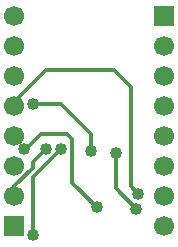
<source format=gbl>
G04 DipTrace 3.0.0.2*
G04 gerber_files.gbl*
%MOIN*%
G04 #@! TF.FileFunction,Copper,L2,Bot*
G04 #@! TF.Part,Single*
G04 #@! TA.AperFunction,Conductor*
%ADD14C,0.012992*%
G04 #@! TA.AperFunction,ComponentPad*
%ADD18R,0.066929X0.066929*%
%ADD19C,0.066929*%
G04 #@! TA.AperFunction,ViaPad*
%ADD20C,0.04*%
%FSLAX26Y26*%
G04*
G70*
G90*
G75*
G01*
G04 Bottom*
%LPD*%
X498903Y737714D2*
D14*
X505152D1*
X555147Y787709D1*
X642638D1*
X661386Y768961D1*
Y625226D1*
X742627Y543984D1*
X723879Y731465D2*
Y787709D1*
X623890Y887698D1*
X530150D1*
X467656Y881491D2*
Y893948D1*
X573895Y1000186D1*
X798871D1*
X855115Y943942D1*
Y612727D1*
X880113Y587730D1*
X805121Y725215D2*
Y606478D1*
X873864Y537735D1*
X467656Y581491D2*
Y612727D1*
X530150Y675220D1*
Y693969D1*
X573895Y737714D1*
X530150Y450244D2*
Y643974D1*
X623890Y737714D1*
D20*
X805121Y725215D3*
X873864Y537735D3*
X530150Y450244D3*
X623890Y737714D3*
X742627Y543984D3*
X723879Y731465D3*
X880113Y587730D3*
X498903Y737714D3*
X530150Y887698D3*
X573895Y737714D3*
D18*
X467656Y481491D3*
D19*
Y581491D3*
Y681491D3*
Y781491D3*
Y881491D3*
Y981491D3*
Y1081491D3*
Y1181491D3*
D18*
X967752Y1181726D3*
D19*
Y1081726D3*
Y981726D3*
Y881726D3*
Y781726D3*
Y681726D3*
Y581726D3*
Y481726D3*
M02*

</source>
